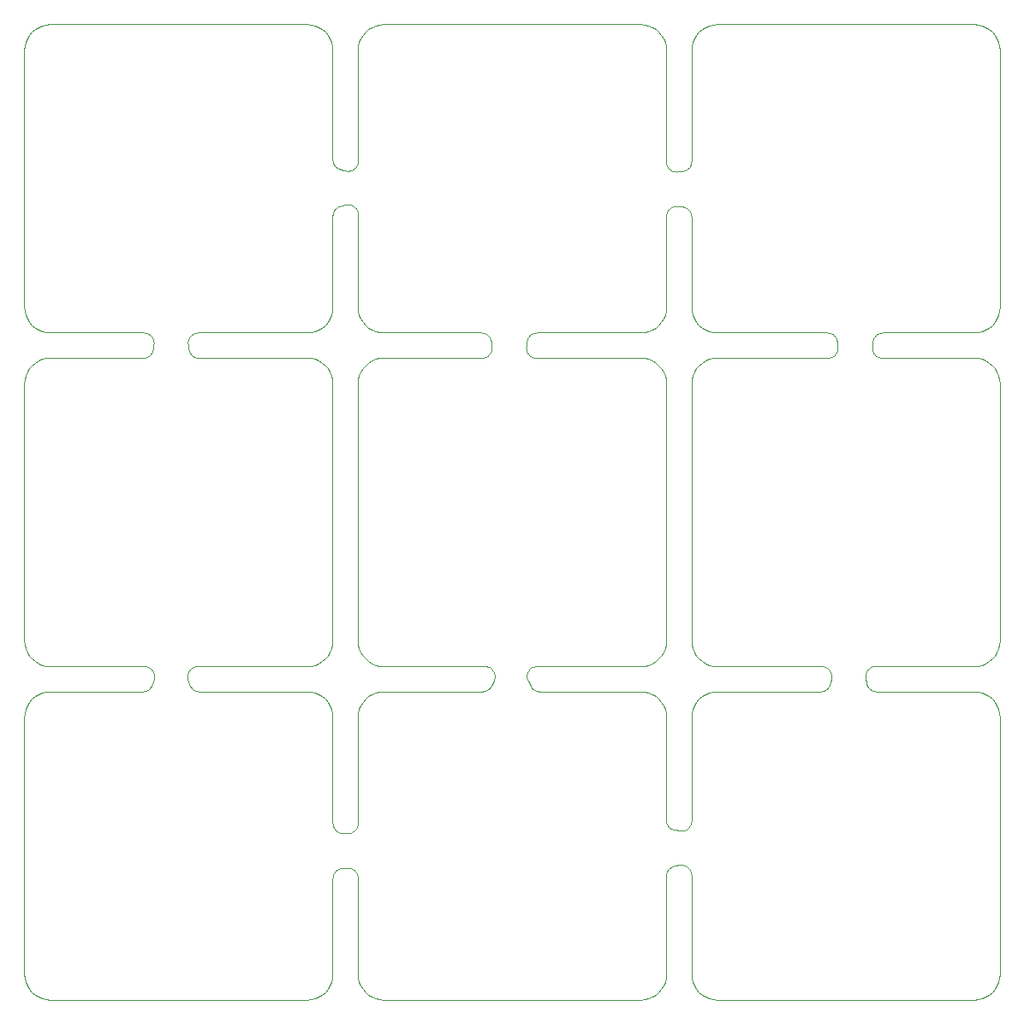
<source format=gko>
%MOIN*%
%OFA0B0*%
%FSLAX44Y44*%
%IPPOS*%
%LPD*%
%ADD10C,0*%
D10*
X00024984Y00011000D02*
X00024984Y00011000D01*
X00024971Y00011156D01*
X00024935Y00011309D01*
X00024875Y00011453D01*
X00024793Y00011587D01*
X00024691Y00011707D01*
X00024572Y00011809D01*
X00024438Y00011891D01*
X00024293Y00011951D01*
X00024140Y00011987D01*
X00023984Y00012000D01*
X00020052Y00012000D01*
X00020030Y00012000D01*
X00020009Y00012002D01*
X00019987Y00012005D01*
X00019966Y00012009D01*
X00019945Y00012014D01*
X00019924Y00012021D01*
X00019904Y00012028D01*
X00019884Y00012037D01*
X00019865Y00012047D01*
X00019846Y00012058D01*
X00019828Y00012070D01*
X00019810Y00012083D01*
X00019793Y00012096D01*
X00019777Y00012111D01*
X00019762Y00012127D01*
X00019748Y00012143D01*
X00019735Y00012160D01*
X00019722Y00012178D01*
X00019711Y00012196D01*
X00019701Y00012216D01*
X00019601Y00012412D01*
X00019585Y00012449D01*
X00019572Y00012487D01*
X00019564Y00012526D01*
X00019559Y00012566D01*
X00019559Y00012606D01*
X00019563Y00012646D01*
X00019570Y00012686D01*
X00019582Y00012724D01*
X00019598Y00012761D01*
X00019617Y00012796D01*
X00019640Y00012829D01*
X00019666Y00012860D01*
X00019695Y00012888D01*
X00019726Y00012912D01*
X00019760Y00012934D01*
X00019796Y00012951D01*
X00019834Y00012965D01*
X00019873Y00012976D01*
X00019912Y00012982D01*
X00019952Y00012984D01*
X00023984Y00012984D01*
X00024140Y00012996D01*
X00024293Y00013033D01*
X00024438Y00013093D01*
X00024572Y00013175D01*
X00024691Y00013277D01*
X00024793Y00013396D01*
X00024875Y00013530D01*
X00024935Y00013675D01*
X00024971Y00013827D01*
X00024984Y00013984D01*
X00024984Y00023984D01*
X00024971Y00024140D01*
X00024935Y00024293D01*
X00024875Y00024438D01*
X00024793Y00024572D01*
X00024691Y00024691D01*
X00024572Y00024793D01*
X00024438Y00024875D01*
X00024293Y00024935D01*
X00024140Y00024971D01*
X00023984Y00024984D01*
X00019927Y00024984D01*
X00019894Y00024985D01*
X00019862Y00024989D01*
X00019830Y00024996D01*
X00019799Y00025005D01*
X00019768Y00025017D01*
X00019739Y00025031D01*
X00019711Y00025048D01*
X00019685Y00025067D01*
X00019660Y00025088D01*
X00019637Y00025111D01*
X00019616Y00025136D01*
X00019597Y00025163D01*
X00019580Y00025191D01*
X00019566Y00025220D01*
X00019554Y00025251D01*
X00019545Y00025282D01*
X00019538Y00025314D01*
X00019534Y00025346D01*
X00019533Y00025379D01*
X00019535Y00025411D01*
X00019552Y00025608D01*
X00019555Y00025637D01*
X00019561Y00025666D01*
X00019569Y00025694D01*
X00019579Y00025721D01*
X00019591Y00025748D01*
X00019604Y00025774D01*
X00019620Y00025798D01*
X00019638Y00025822D01*
X00019657Y00025844D01*
X00019678Y00025864D01*
X00019700Y00025883D01*
X00019724Y00025901D01*
X00019748Y00025916D01*
X00019774Y00025930D01*
X00019801Y00025941D01*
X00019829Y00025951D01*
X00019857Y00025958D01*
X00019886Y00025964D01*
X00019915Y00025967D01*
X00019944Y00025968D01*
X00023984Y00025968D01*
X00024140Y00025980D01*
X00024293Y00026017D01*
X00024438Y00026077D01*
X00024572Y00026159D01*
X00024691Y00026261D01*
X00024793Y00026380D01*
X00024875Y00026514D01*
X00024935Y00026659D01*
X00024971Y00026812D01*
X00024984Y00026968D01*
X00024984Y00030496D01*
X00024985Y00030529D01*
X00024989Y00030561D01*
X00024996Y00030593D01*
X00025005Y00030624D01*
X00025017Y00030655D01*
X00025031Y00030684D01*
X00025048Y00030712D01*
X00025067Y00030738D01*
X00025088Y00030763D01*
X00025111Y00030786D01*
X00025136Y00030807D01*
X00025163Y00030826D01*
X00025191Y00030843D01*
X00025220Y00030857D01*
X00025251Y00030869D01*
X00025282Y00030878D01*
X00025314Y00030885D01*
X00025346Y00030889D01*
X00025379Y00030890D01*
X00025411Y00030888D01*
X00025608Y00030872D01*
X00025637Y00030868D01*
X00025666Y00030862D01*
X00025694Y00030854D01*
X00025721Y00030844D01*
X00025748Y00030833D01*
X00025774Y00030819D01*
X00025798Y00030803D01*
X00025822Y00030785D01*
X00025844Y00030766D01*
X00025864Y00030745D01*
X00025883Y00030723D01*
X00025901Y00030700D01*
X00025916Y00030675D01*
X00025930Y00030649D01*
X00025941Y00030622D01*
X00025951Y00030594D01*
X00025958Y00030566D01*
X00025964Y00030538D01*
X00025967Y00030508D01*
X00025968Y00030479D01*
X00025968Y00026968D01*
X00025980Y00026812D01*
X00026017Y00026659D01*
X00026077Y00026514D01*
X00026159Y00026380D01*
X00026261Y00026261D01*
X00026380Y00026159D01*
X00026514Y00026077D01*
X00026659Y00026017D01*
X00026812Y00025980D01*
X00026968Y00025968D01*
X00031251Y00025968D01*
X00031280Y00025967D01*
X00031309Y00025964D01*
X00031337Y00025958D01*
X00031366Y00025951D01*
X00031393Y00025941D01*
X00031420Y00025930D01*
X00031446Y00025916D01*
X00031471Y00025901D01*
X00031494Y00025883D01*
X00031517Y00025864D01*
X00031537Y00025844D01*
X00031557Y00025822D01*
X00031574Y00025798D01*
X00031590Y00025774D01*
X00031604Y00025748D01*
X00031616Y00025721D01*
X00031626Y00025694D01*
X00031633Y00025666D01*
X00031639Y00025637D01*
X00031643Y00025608D01*
X00031660Y00025411D01*
X00031661Y00025379D01*
X00031660Y00025346D01*
X00031656Y00025314D01*
X00031649Y00025282D01*
X00031640Y00025251D01*
X00031628Y00025220D01*
X00031614Y00025191D01*
X00031597Y00025163D01*
X00031579Y00025136D01*
X00031558Y00025111D01*
X00031535Y00025088D01*
X00031510Y00025067D01*
X00031483Y00025048D01*
X00031455Y00025031D01*
X00031426Y00025017D01*
X00031396Y00025005D01*
X00031364Y00024996D01*
X00031332Y00024989D01*
X00031300Y00024985D01*
X00031267Y00024984D01*
X00026968Y00024984D01*
X00026812Y00024971D01*
X00026659Y00024935D01*
X00026514Y00024875D01*
X00026380Y00024793D01*
X00026261Y00024691D01*
X00026159Y00024572D01*
X00026077Y00024438D01*
X00026017Y00024293D01*
X00025980Y00024140D01*
X00025968Y00023984D01*
X00025968Y00013984D01*
X00025980Y00013827D01*
X00026017Y00013675D01*
X00026077Y00013530D01*
X00026159Y00013396D01*
X00026261Y00013277D01*
X00026380Y00013175D01*
X00026514Y00013093D01*
X00026659Y00013033D01*
X00026812Y00012996D01*
X00026968Y00012984D01*
X00031022Y00012984D01*
X00031056Y00012982D01*
X00031091Y00012978D01*
X00031124Y00012970D01*
X00031157Y00012960D01*
X00031189Y00012946D01*
X00031220Y00012930D01*
X00031249Y00012911D01*
X00031276Y00012890D01*
X00031302Y00012867D01*
X00031325Y00012841D01*
X00031346Y00012813D01*
X00031364Y00012784D01*
X00031380Y00012753D01*
X00031393Y00012721D01*
X00031403Y00012688D01*
X00031410Y00012654D01*
X00031414Y00012619D01*
X00031415Y00012585D01*
X00031413Y00012550D01*
X00031408Y00012516D01*
X00031370Y00012319D01*
X00031364Y00012292D01*
X00031356Y00012266D01*
X00031347Y00012241D01*
X00031335Y00012216D01*
X00031322Y00012192D01*
X00031308Y00012170D01*
X00031292Y00012148D01*
X00031274Y00012127D01*
X00031255Y00012108D01*
X00031234Y00012090D01*
X00031213Y00012073D01*
X00031190Y00012058D01*
X00031167Y00012045D01*
X00031142Y00012033D01*
X00031117Y00012023D01*
X00031091Y00012014D01*
X00031065Y00012008D01*
X00031038Y00012003D01*
X00031011Y00012000D01*
X00030984Y00012000D01*
X00026968Y00012000D01*
X00026812Y00011987D01*
X00026659Y00011951D01*
X00026514Y00011891D01*
X00026380Y00011809D01*
X00026261Y00011707D01*
X00026159Y00011587D01*
X00026077Y00011453D01*
X00026017Y00011309D01*
X00025980Y00011156D01*
X00025968Y00011000D01*
X00025968Y00006963D01*
X00025967Y00006930D01*
X00025962Y00006896D01*
X00025955Y00006863D01*
X00025945Y00006830D01*
X00025932Y00006799D01*
X00025917Y00006769D01*
X00025899Y00006740D01*
X00025878Y00006713D01*
X00025855Y00006688D01*
X00025831Y00006665D01*
X00025804Y00006644D01*
X00025776Y00006625D01*
X00025746Y00006609D01*
X00025715Y00006596D01*
X00025683Y00006585D01*
X00025650Y00006577D01*
X00025616Y00006572D01*
X00025582Y00006570D01*
X00025548Y00006571D01*
X00025515Y00006574D01*
X00025318Y00006605D01*
X00025290Y00006610D01*
X00025263Y00006617D01*
X00025237Y00006626D01*
X00025211Y00006637D01*
X00025186Y00006649D01*
X00025162Y00006664D01*
X00025140Y00006680D01*
X00025118Y00006698D01*
X00025098Y00006717D01*
X00025079Y00006737D01*
X00025061Y00006759D01*
X00025045Y00006782D01*
X00025031Y00006806D01*
X00025019Y00006831D01*
X00025008Y00006857D01*
X00024999Y00006883D01*
X00024993Y00006911D01*
X00024988Y00006938D01*
X00024985Y00006966D01*
X00024984Y00006994D01*
X00024984Y00011000D01*
X00011999Y00011000D02*
X00011999Y00011000D01*
X00011987Y00011156D01*
X00011951Y00011309D01*
X00011891Y00011453D01*
X00011809Y00011587D01*
X00011707Y00011707D01*
X00011587Y00011809D01*
X00011453Y00011891D01*
X00011309Y00011951D01*
X00011156Y00011987D01*
X00011000Y00012000D01*
X00006798Y00012000D01*
X00006772Y00012000D01*
X00006746Y00012003D01*
X00006721Y00012007D01*
X00006695Y00012013D01*
X00006671Y00012021D01*
X00006647Y00012030D01*
X00006623Y00012040D01*
X00006600Y00012053D01*
X00006578Y00012066D01*
X00006557Y00012081D01*
X00006537Y00012098D01*
X00006519Y00012115D01*
X00006501Y00012134D01*
X00006485Y00012154D01*
X00006470Y00012175D01*
X00006456Y00012197D01*
X00006444Y00012220D01*
X00006433Y00012244D01*
X00006424Y00012268D01*
X00006417Y00012293D01*
X00006365Y00012490D01*
X00006358Y00012525D01*
X00006353Y00012561D01*
X00006352Y00012597D01*
X00006354Y00012632D01*
X00006360Y00012668D01*
X00006369Y00012703D01*
X00006380Y00012737D01*
X00006395Y00012770D01*
X00006413Y00012801D01*
X00006434Y00012830D01*
X00006457Y00012858D01*
X00006483Y00012883D01*
X00006511Y00012906D01*
X00006540Y00012926D01*
X00006572Y00012943D01*
X00006605Y00012958D01*
X00006639Y00012969D01*
X00006674Y00012977D01*
X00006710Y00012982D01*
X00006746Y00012984D01*
X00011000Y00012984D01*
X00011156Y00012996D01*
X00011309Y00013033D01*
X00011453Y00013093D01*
X00011587Y00013175D01*
X00011707Y00013277D01*
X00011809Y00013396D01*
X00011891Y00013530D01*
X00011951Y00013675D01*
X00011987Y00013827D01*
X00011999Y00013984D01*
X00011999Y00023984D01*
X00011987Y00024140D01*
X00011951Y00024293D01*
X00011891Y00024438D01*
X00011809Y00024572D01*
X00011707Y00024691D01*
X00011587Y00024793D01*
X00011453Y00024875D01*
X00011309Y00024935D01*
X00011156Y00024971D01*
X00011000Y00024984D01*
X00006788Y00024984D01*
X00006760Y00024985D01*
X00006732Y00024988D01*
X00006705Y00024993D01*
X00006678Y00024999D01*
X00006651Y00025008D01*
X00006625Y00025019D01*
X00006600Y00025031D01*
X00006576Y00025045D01*
X00006553Y00025061D01*
X00006532Y00025079D01*
X00006511Y00025098D01*
X00006492Y00025118D01*
X00006474Y00025140D01*
X00006458Y00025162D01*
X00006444Y00025186D01*
X00006431Y00025211D01*
X00006420Y00025237D01*
X00006411Y00025263D01*
X00006404Y00025290D01*
X00006399Y00025318D01*
X00006369Y00025515D01*
X00006365Y00025548D01*
X00006364Y00025582D01*
X00006366Y00025616D01*
X00006371Y00025650D01*
X00006379Y00025683D01*
X00006390Y00025715D01*
X00006403Y00025746D01*
X00006420Y00025776D01*
X00006438Y00025804D01*
X00006459Y00025831D01*
X00006482Y00025855D01*
X00006507Y00025878D01*
X00006535Y00025899D01*
X00006563Y00025917D01*
X00006593Y00025932D01*
X00006625Y00025945D01*
X00006657Y00025955D01*
X00006690Y00025962D01*
X00006724Y00025967D01*
X00006758Y00025968D01*
X00011000Y00025968D01*
X00011156Y00025980D01*
X00011309Y00026017D01*
X00011453Y00026077D01*
X00011587Y00026159D01*
X00011707Y00026261D01*
X00011809Y00026380D01*
X00011891Y00026514D01*
X00011951Y00026659D01*
X00011987Y00026812D01*
X00011999Y00026968D01*
X00011999Y00030515D01*
X00012000Y00030541D01*
X00012003Y00030566D01*
X00012007Y00030592D01*
X00012013Y00030617D01*
X00012021Y00030642D01*
X00012030Y00030666D01*
X00012040Y00030689D01*
X00012053Y00030712D01*
X00012066Y00030734D01*
X00012081Y00030755D01*
X00012098Y00030775D01*
X00012115Y00030794D01*
X00012134Y00030812D01*
X00012154Y00030828D01*
X00012175Y00030843D01*
X00012197Y00030856D01*
X00012220Y00030869D01*
X00012244Y00030879D01*
X00012268Y00030888D01*
X00012293Y00030896D01*
X00012490Y00030947D01*
X00012525Y00030955D01*
X00012561Y00030959D01*
X00012597Y00030960D01*
X00012632Y00030958D01*
X00012668Y00030953D01*
X00012703Y00030944D01*
X00012737Y00030932D01*
X00012770Y00030917D01*
X00012801Y00030899D01*
X00012830Y00030879D01*
X00012858Y00030855D01*
X00012883Y00030830D01*
X00012906Y00030802D01*
X00012926Y00030772D01*
X00012943Y00030741D01*
X00012958Y00030708D01*
X00012969Y00030673D01*
X00012977Y00030638D01*
X00012982Y00030603D01*
X00012984Y00030567D01*
X00012984Y00026968D01*
X00012996Y00026812D01*
X00013033Y00026659D01*
X00013093Y00026514D01*
X00013175Y00026380D01*
X00013277Y00026261D01*
X00013396Y00026159D01*
X00013530Y00026077D01*
X00013675Y00026017D01*
X00013827Y00025980D01*
X00013984Y00025968D01*
X00017780Y00025968D01*
X00017809Y00025967D01*
X00017838Y00025964D01*
X00017867Y00025958D01*
X00017895Y00025951D01*
X00017923Y00025941D01*
X00017950Y00025930D01*
X00017975Y00025916D01*
X00018000Y00025901D01*
X00018024Y00025883D01*
X00018046Y00025864D01*
X00018067Y00025844D01*
X00018086Y00025822D01*
X00018104Y00025798D01*
X00018119Y00025774D01*
X00018133Y00025748D01*
X00018145Y00025721D01*
X00018155Y00025694D01*
X00018163Y00025666D01*
X00018169Y00025637D01*
X00018172Y00025608D01*
X00018189Y00025411D01*
X00018191Y00025379D01*
X00018189Y00025346D01*
X00018185Y00025314D01*
X00018179Y00025282D01*
X00018170Y00025251D01*
X00018158Y00025220D01*
X00018144Y00025191D01*
X00018127Y00025163D01*
X00018108Y00025136D01*
X00018087Y00025111D01*
X00018064Y00025088D01*
X00018039Y00025067D01*
X00018013Y00025048D01*
X00017985Y00025031D01*
X00017955Y00025017D01*
X00017925Y00025005D01*
X00017894Y00024996D01*
X00017862Y00024989D01*
X00017829Y00024985D01*
X00017797Y00024984D01*
X00013984Y00024984D01*
X00013827Y00024971D01*
X00013675Y00024935D01*
X00013530Y00024875D01*
X00013396Y00024793D01*
X00013277Y00024691D01*
X00013175Y00024572D01*
X00013093Y00024438D01*
X00013033Y00024293D01*
X00012996Y00024140D01*
X00012984Y00023984D01*
X00012984Y00013984D01*
X00012996Y00013827D01*
X00013033Y00013675D01*
X00013093Y00013530D01*
X00013175Y00013396D01*
X00013277Y00013277D01*
X00013396Y00013175D01*
X00013530Y00013093D01*
X00013675Y00013033D01*
X00013827Y00012996D01*
X00013984Y00012984D01*
X00017918Y00012984D01*
X00017958Y00012982D01*
X00017997Y00012976D01*
X00018036Y00012965D01*
X00018074Y00012951D01*
X00018110Y00012934D01*
X00018144Y00012912D01*
X00018175Y00012888D01*
X00018204Y00012860D01*
X00018230Y00012829D01*
X00018253Y00012796D01*
X00018272Y00012761D01*
X00018288Y00012724D01*
X00018300Y00012686D01*
X00018307Y00012646D01*
X00018311Y00012606D01*
X00018311Y00012566D01*
X00018306Y00012526D01*
X00018298Y00012487D01*
X00018285Y00012449D01*
X00018269Y00012412D01*
X00018170Y00012216D01*
X00018159Y00012196D01*
X00018148Y00012178D01*
X00018135Y00012160D01*
X00018122Y00012143D01*
X00018108Y00012127D01*
X00018093Y00012111D01*
X00018077Y00012096D01*
X00018060Y00012083D01*
X00018043Y00012070D01*
X00018024Y00012058D01*
X00018006Y00012047D01*
X00017986Y00012037D01*
X00017966Y00012028D01*
X00017946Y00012021D01*
X00017925Y00012014D01*
X00017904Y00012009D01*
X00017883Y00012005D01*
X00017862Y00012002D01*
X00017840Y00012000D01*
X00017818Y00012000D01*
X00013984Y00012000D01*
X00013827Y00011987D01*
X00013675Y00011951D01*
X00013530Y00011891D01*
X00013396Y00011809D01*
X00013277Y00011707D01*
X00013175Y00011587D01*
X00013093Y00011453D01*
X00013033Y00011309D01*
X00012996Y00011156D01*
X00012984Y00011000D01*
X00012984Y00006874D01*
X00012983Y00006843D01*
X00012979Y00006811D01*
X00012973Y00006781D01*
X00012964Y00006751D01*
X00012953Y00006721D01*
X00012940Y00006693D01*
X00012924Y00006666D01*
X00012906Y00006640D01*
X00012887Y00006615D01*
X00012865Y00006592D01*
X00012842Y00006571D01*
X00012817Y00006552D01*
X00012791Y00006535D01*
X00012763Y00006520D01*
X00012734Y00006508D01*
X00012705Y00006497D01*
X00012674Y00006489D01*
X00012643Y00006484D01*
X00012612Y00006481D01*
X00012581Y00006480D01*
X00012384Y00006485D01*
X00012353Y00006487D01*
X00012323Y00006491D01*
X00012294Y00006498D01*
X00012264Y00006507D01*
X00012236Y00006518D01*
X00012209Y00006531D01*
X00012182Y00006546D01*
X00012157Y00006563D01*
X00012134Y00006583D01*
X00012112Y00006604D01*
X00012091Y00006626D01*
X00012073Y00006650D01*
X00012056Y00006676D01*
X00012041Y00006702D01*
X00012029Y00006730D01*
X00012018Y00006759D01*
X00012010Y00006788D01*
X00012004Y00006818D01*
X00012001Y00006848D01*
X00011999Y00006879D01*
X00011999Y00011000D01*
X00000999Y00000000D02*
X00000999Y00000000D01*
X00011000Y00000000D01*
X00011156Y00000012D01*
X00011309Y00000048D01*
X00011453Y00000108D01*
X00011587Y00000190D01*
X00011707Y00000292D01*
X00011809Y00000412D01*
X00011891Y00000546D01*
X00011951Y00000690D01*
X00011987Y00000843D01*
X00011999Y00001000D01*
X00011999Y00004727D01*
X00012001Y00004757D01*
X00012004Y00004787D01*
X00012010Y00004817D01*
X00012018Y00004847D01*
X00012029Y00004875D01*
X00012041Y00004903D01*
X00012056Y00004930D01*
X00012073Y00004955D01*
X00012091Y00004979D01*
X00012112Y00005002D01*
X00012134Y00005023D01*
X00012157Y00005042D01*
X00012182Y00005059D01*
X00012209Y00005074D01*
X00012236Y00005088D01*
X00012264Y00005099D01*
X00012294Y00005108D01*
X00012323Y00005114D01*
X00012353Y00005118D01*
X00012384Y00005120D01*
X00012581Y00005125D01*
X00012612Y00005124D01*
X00012643Y00005121D01*
X00012674Y00005116D01*
X00012705Y00005108D01*
X00012734Y00005098D01*
X00012763Y00005085D01*
X00012791Y00005070D01*
X00012817Y00005053D01*
X00012842Y00005034D01*
X00012865Y00005013D01*
X00012887Y00004990D01*
X00012906Y00004966D01*
X00012924Y00004940D01*
X00012940Y00004913D01*
X00012953Y00004884D01*
X00012964Y00004855D01*
X00012973Y00004825D01*
X00012979Y00004794D01*
X00012983Y00004763D01*
X00012984Y00004731D01*
X00012984Y00001000D01*
X00012996Y00000843D01*
X00013033Y00000690D01*
X00013093Y00000546D01*
X00013175Y00000412D01*
X00013277Y00000292D01*
X00013396Y00000190D01*
X00013530Y00000108D01*
X00013675Y00000048D01*
X00013827Y00000012D01*
X00013984Y00000000D01*
X00023984Y00000000D01*
X00024140Y00000012D01*
X00024293Y00000048D01*
X00024438Y00000108D01*
X00024572Y00000190D01*
X00024691Y00000292D01*
X00024793Y00000412D01*
X00024875Y00000546D01*
X00024935Y00000690D01*
X00024971Y00000843D01*
X00024984Y00001000D01*
X00024984Y00004817D01*
X00024985Y00004845D01*
X00024988Y00004873D01*
X00024993Y00004900D01*
X00024999Y00004928D01*
X00025008Y00004954D01*
X00025019Y00004980D01*
X00025031Y00005005D01*
X00025045Y00005029D01*
X00025061Y00005052D01*
X00025079Y00005074D01*
X00025098Y00005094D01*
X00025118Y00005113D01*
X00025140Y00005131D01*
X00025162Y00005147D01*
X00025186Y00005162D01*
X00025211Y00005174D01*
X00025237Y00005185D01*
X00025263Y00005194D01*
X00025290Y00005201D01*
X00025318Y00005206D01*
X00025515Y00005237D01*
X00025548Y00005240D01*
X00025582Y00005241D01*
X00025616Y00005239D01*
X00025650Y00005234D01*
X00025683Y00005226D01*
X00025715Y00005215D01*
X00025746Y00005202D01*
X00025776Y00005186D01*
X00025804Y00005167D01*
X00025831Y00005146D01*
X00025855Y00005123D01*
X00025878Y00005098D01*
X00025899Y00005071D01*
X00025917Y00005042D01*
X00025932Y00005012D01*
X00025945Y00004981D01*
X00025955Y00004948D01*
X00025962Y00004915D01*
X00025967Y00004881D01*
X00025968Y00004848D01*
X00025968Y00001000D01*
X00025980Y00000843D01*
X00026017Y00000690D01*
X00026077Y00000546D01*
X00026159Y00000412D01*
X00026261Y00000292D01*
X00026380Y00000190D01*
X00026514Y00000108D01*
X00026659Y00000048D01*
X00026812Y00000012D01*
X00026968Y00000000D01*
X00036968Y00000000D01*
X00037124Y00000012D01*
X00037277Y00000048D01*
X00037422Y00000108D01*
X00037556Y00000190D01*
X00037675Y00000292D01*
X00037777Y00000412D01*
X00037859Y00000546D01*
X00037919Y00000690D01*
X00037956Y00000843D01*
X00037968Y00001000D01*
X00037968Y00011000D01*
X00037956Y00011156D01*
X00037919Y00011309D01*
X00037859Y00011453D01*
X00037777Y00011587D01*
X00037675Y00011707D01*
X00037556Y00011809D01*
X00037422Y00011891D01*
X00037277Y00011951D01*
X00037124Y00011987D01*
X00036968Y00012000D01*
X00033167Y00012000D01*
X00033140Y00012000D01*
X00033113Y00012003D01*
X00033086Y00012008D01*
X00033060Y00012014D01*
X00033034Y00012023D01*
X00033009Y00012033D01*
X00032984Y00012045D01*
X00032960Y00012058D01*
X00032938Y00012073D01*
X00032916Y00012090D01*
X00032896Y00012108D01*
X00032877Y00012127D01*
X00032859Y00012148D01*
X00032843Y00012170D01*
X00032828Y00012192D01*
X00032815Y00012216D01*
X00032804Y00012241D01*
X00032794Y00012266D01*
X00032786Y00012292D01*
X00032780Y00012319D01*
X00032743Y00012516D01*
X00032738Y00012550D01*
X00032736Y00012585D01*
X00032737Y00012619D01*
X00032741Y00012654D01*
X00032748Y00012688D01*
X00032758Y00012721D01*
X00032771Y00012753D01*
X00032786Y00012784D01*
X00032805Y00012813D01*
X00032826Y00012841D01*
X00032849Y00012867D01*
X00032874Y00012890D01*
X00032902Y00012911D01*
X00032931Y00012930D01*
X00032961Y00012946D01*
X00032993Y00012960D01*
X00033026Y00012970D01*
X00033060Y00012978D01*
X00033095Y00012982D01*
X00033129Y00012984D01*
X00036968Y00012984D01*
X00037124Y00012996D01*
X00037277Y00013033D01*
X00037422Y00013093D01*
X00037556Y00013175D01*
X00037675Y00013277D01*
X00037777Y00013396D01*
X00037859Y00013530D01*
X00037919Y00013675D01*
X00037956Y00013827D01*
X00037968Y00013984D01*
X00037968Y00023984D01*
X00037956Y00024140D01*
X00037919Y00024293D01*
X00037859Y00024438D01*
X00037777Y00024572D01*
X00037675Y00024691D01*
X00037556Y00024793D01*
X00037422Y00024875D01*
X00037277Y00024935D01*
X00037124Y00024971D01*
X00036968Y00024984D01*
X00033398Y00024984D01*
X00033365Y00024985D01*
X00033333Y00024989D01*
X00033301Y00024996D01*
X00033269Y00025005D01*
X00033239Y00025017D01*
X00033210Y00025031D01*
X00033182Y00025048D01*
X00033155Y00025067D01*
X00033130Y00025088D01*
X00033107Y00025111D01*
X00033086Y00025136D01*
X00033067Y00025163D01*
X00033051Y00025191D01*
X00033037Y00025220D01*
X00033025Y00025251D01*
X00033016Y00025282D01*
X00033009Y00025314D01*
X00033005Y00025346D01*
X00033004Y00025379D01*
X00033005Y00025411D01*
X00033022Y00025608D01*
X00033026Y00025637D01*
X00033032Y00025666D01*
X00033039Y00025694D01*
X00033049Y00025721D01*
X00033061Y00025748D01*
X00033075Y00025774D01*
X00033091Y00025798D01*
X00033108Y00025822D01*
X00033127Y00025844D01*
X00033148Y00025864D01*
X00033171Y00025883D01*
X00033194Y00025901D01*
X00033219Y00025916D01*
X00033245Y00025930D01*
X00033272Y00025941D01*
X00033299Y00025951D01*
X00033327Y00025958D01*
X00033356Y00025964D01*
X00033385Y00025967D01*
X00033414Y00025968D01*
X00036968Y00025968D01*
X00037124Y00025980D01*
X00037277Y00026017D01*
X00037422Y00026077D01*
X00037556Y00026159D01*
X00037675Y00026261D01*
X00037777Y00026380D01*
X00037859Y00026514D01*
X00037919Y00026659D01*
X00037956Y00026812D01*
X00037968Y00026968D01*
X00037968Y00036968D01*
X00037956Y00037124D01*
X00037919Y00037277D01*
X00037859Y00037422D01*
X00037777Y00037556D01*
X00037675Y00037675D01*
X00037556Y00037777D01*
X00037422Y00037859D01*
X00037277Y00037919D01*
X00037124Y00037956D01*
X00036968Y00037968D01*
X00026968Y00037968D01*
X00026812Y00037956D01*
X00026659Y00037919D01*
X00026514Y00037859D01*
X00026380Y00037777D01*
X00026261Y00037675D01*
X00026159Y00037556D01*
X00026077Y00037422D01*
X00026017Y00037277D01*
X00025980Y00037124D01*
X00025968Y00036968D01*
X00025968Y00032643D01*
X00025967Y00032614D01*
X00025964Y00032585D01*
X00025958Y00032556D01*
X00025951Y00032528D01*
X00025941Y00032500D01*
X00025930Y00032474D01*
X00025916Y00032448D01*
X00025901Y00032423D01*
X00025883Y00032399D01*
X00025864Y00032377D01*
X00025844Y00032356D01*
X00025822Y00032337D01*
X00025798Y00032320D01*
X00025774Y00032304D01*
X00025748Y00032290D01*
X00025721Y00032278D01*
X00025694Y00032268D01*
X00025666Y00032260D01*
X00025637Y00032255D01*
X00025608Y00032251D01*
X00025411Y00032234D01*
X00025379Y00032233D01*
X00025346Y00032234D01*
X00025314Y00032238D01*
X00025282Y00032244D01*
X00025251Y00032254D01*
X00025220Y00032265D01*
X00025191Y00032280D01*
X00025163Y00032296D01*
X00025136Y00032315D01*
X00025111Y00032336D01*
X00025088Y00032359D01*
X00025067Y00032384D01*
X00025048Y00032411D01*
X00025031Y00032439D01*
X00025017Y00032468D01*
X00025005Y00032498D01*
X00024996Y00032529D01*
X00024989Y00032561D01*
X00024985Y00032594D01*
X00024984Y00032626D01*
X00024984Y00036968D01*
X00024971Y00037124D01*
X00024935Y00037277D01*
X00024875Y00037422D01*
X00024793Y00037556D01*
X00024691Y00037675D01*
X00024572Y00037777D01*
X00024438Y00037859D01*
X00024293Y00037919D01*
X00024140Y00037956D01*
X00023984Y00037968D01*
X00013984Y00037968D01*
X00013827Y00037956D01*
X00013675Y00037919D01*
X00013530Y00037859D01*
X00013396Y00037777D01*
X00013277Y00037675D01*
X00013175Y00037556D01*
X00013093Y00037422D01*
X00013033Y00037277D01*
X00012996Y00037124D01*
X00012984Y00036968D01*
X00012984Y00032659D01*
X00012982Y00032623D01*
X00012977Y00032587D01*
X00012969Y00032552D01*
X00012958Y00032518D01*
X00012943Y00032485D01*
X00012926Y00032453D01*
X00012906Y00032424D01*
X00012883Y00032396D01*
X00012858Y00032370D01*
X00012830Y00032347D01*
X00012801Y00032326D01*
X00012770Y00032308D01*
X00012737Y00032293D01*
X00012703Y00032281D01*
X00012668Y00032273D01*
X00012632Y00032267D01*
X00012597Y00032265D01*
X00012561Y00032266D01*
X00012525Y00032270D01*
X00012490Y00032278D01*
X00012293Y00032330D01*
X00012268Y00032337D01*
X00012244Y00032346D01*
X00012220Y00032357D01*
X00012197Y00032369D01*
X00012175Y00032382D01*
X00012154Y00032397D01*
X00012134Y00032414D01*
X00012115Y00032431D01*
X00012098Y00032450D01*
X00012081Y00032470D01*
X00012066Y00032491D01*
X00012053Y00032513D01*
X00012040Y00032536D01*
X00012030Y00032559D01*
X00012021Y00032584D01*
X00012013Y00032608D01*
X00012007Y00032633D01*
X00012003Y00032659D01*
X00012000Y00032685D01*
X00011999Y00032711D01*
X00011999Y00036968D01*
X00011987Y00037124D01*
X00011951Y00037277D01*
X00011891Y00037422D01*
X00011809Y00037556D01*
X00011707Y00037675D01*
X00011587Y00037777D01*
X00011453Y00037859D01*
X00011309Y00037919D01*
X00011156Y00037956D01*
X00011000Y00037968D01*
X00000999Y00037968D01*
X00000843Y00037956D01*
X00000690Y00037919D01*
X00000546Y00037859D01*
X00000412Y00037777D01*
X00000292Y00037675D01*
X00000190Y00037556D01*
X00000108Y00037422D01*
X00000048Y00037277D01*
X00000012Y00037124D01*
X00000000Y00036968D01*
X00000000Y00026968D01*
X00000012Y00026812D01*
X00000048Y00026659D01*
X00000108Y00026514D01*
X00000190Y00026380D01*
X00000292Y00026261D01*
X00000412Y00026159D01*
X00000546Y00026077D01*
X00000690Y00026017D01*
X00000843Y00025980D01*
X00000999Y00025968D01*
X00004642Y00025968D01*
X00004676Y00025967D01*
X00004709Y00025962D01*
X00004742Y00025955D01*
X00004775Y00025945D01*
X00004806Y00025932D01*
X00004836Y00025917D01*
X00004865Y00025899D01*
X00004892Y00025878D01*
X00004917Y00025855D01*
X00004941Y00025831D01*
X00004962Y00025804D01*
X00004980Y00025776D01*
X00004996Y00025746D01*
X00005010Y00025715D01*
X00005020Y00025683D01*
X00005028Y00025650D01*
X00005033Y00025616D01*
X00005035Y00025582D01*
X00005035Y00025548D01*
X00005031Y00025515D01*
X00005001Y00025318D01*
X00004996Y00025290D01*
X00004988Y00025263D01*
X00004979Y00025237D01*
X00004969Y00025211D01*
X00004956Y00025186D01*
X00004941Y00025162D01*
X00004925Y00025140D01*
X00004908Y00025118D01*
X00004889Y00025098D01*
X00004868Y00025079D01*
X00004846Y00025061D01*
X00004823Y00025045D01*
X00004799Y00025031D01*
X00004774Y00025019D01*
X00004748Y00025008D01*
X00004722Y00024999D01*
X00004695Y00024993D01*
X00004667Y00024988D01*
X00004640Y00024985D01*
X00004612Y00024984D01*
X00000999Y00024984D01*
X00000843Y00024971D01*
X00000690Y00024935D01*
X00000546Y00024875D01*
X00000412Y00024793D01*
X00000292Y00024691D01*
X00000190Y00024572D01*
X00000108Y00024438D01*
X00000048Y00024293D01*
X00000012Y00024140D01*
X00000000Y00023984D01*
X00000000Y00013984D01*
X00000012Y00013827D01*
X00000048Y00013675D01*
X00000108Y00013530D01*
X00000190Y00013396D01*
X00000292Y00013277D01*
X00000412Y00013175D01*
X00000546Y00013093D01*
X00000690Y00013033D01*
X00000843Y00012996D01*
X00000999Y00012984D01*
X00004654Y00012984D01*
X00004690Y00012982D01*
X00004725Y00012977D01*
X00004761Y00012969D01*
X00004795Y00012958D01*
X00004828Y00012943D01*
X00004859Y00012926D01*
X00004889Y00012906D01*
X00004917Y00012883D01*
X00004943Y00012858D01*
X00004966Y00012830D01*
X00004986Y00012801D01*
X00005004Y00012770D01*
X00005019Y00012737D01*
X00005031Y00012703D01*
X00005040Y00012668D01*
X00005045Y00012632D01*
X00005048Y00012597D01*
X00005046Y00012561D01*
X00005042Y00012525D01*
X00005035Y00012490D01*
X00004983Y00012293D01*
X00004975Y00012268D01*
X00004966Y00012244D01*
X00004956Y00012220D01*
X00004944Y00012197D01*
X00004930Y00012175D01*
X00004915Y00012154D01*
X00004899Y00012134D01*
X00004881Y00012115D01*
X00004862Y00012098D01*
X00004842Y00012081D01*
X00004821Y00012066D01*
X00004799Y00012053D01*
X00004777Y00012040D01*
X00004753Y00012030D01*
X00004729Y00012021D01*
X00004704Y00012013D01*
X00004679Y00012007D01*
X00004654Y00012003D01*
X00004628Y00012000D01*
X00004602Y00012000D01*
X00000999Y00012000D01*
X00000843Y00011987D01*
X00000690Y00011951D01*
X00000546Y00011891D01*
X00000412Y00011809D01*
X00000292Y00011707D01*
X00000190Y00011587D01*
X00000108Y00011453D01*
X00000048Y00011309D01*
X00000012Y00011156D01*
X00000000Y00011000D01*
X00000000Y00001000D01*
X00000012Y00000843D01*
X00000048Y00000690D01*
X00000108Y00000546D01*
X00000190Y00000412D01*
X00000292Y00000292D01*
X00000412Y00000190D01*
X00000546Y00000108D01*
X00000690Y00000048D01*
X00000843Y00000012D01*
X00000999Y00000000D01*
M02*
</source>
